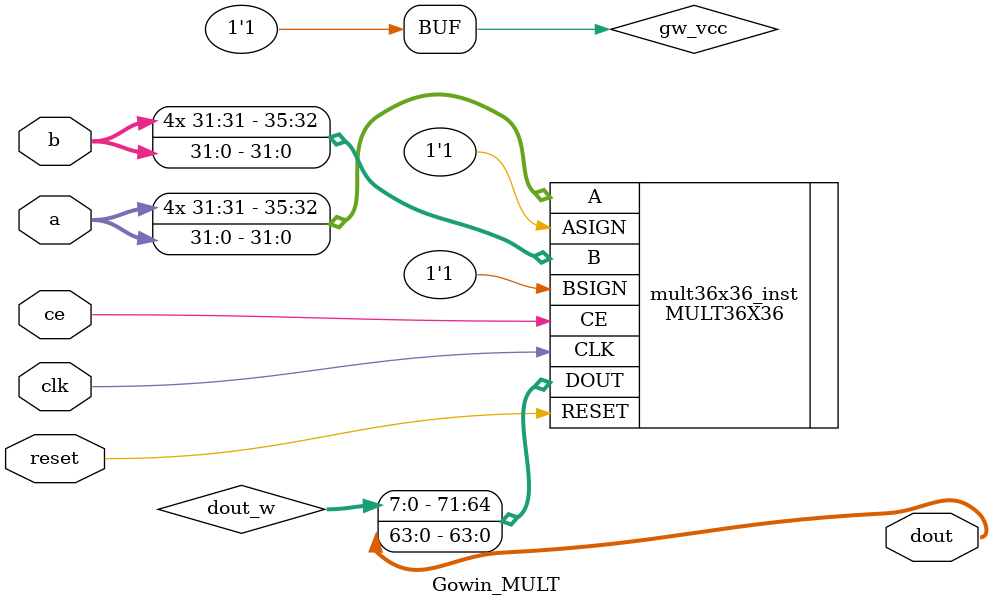
<source format=v>

module Gowin_MULT (dout, a, b, ce, clk, reset);

output [63:0] dout;
input [31:0] a;
input [31:0] b;
input ce;
input clk;
input reset;

wire [7:0] dout_w;
wire gw_vcc;

assign gw_vcc = 1'b1;

MULT36X36 mult36x36_inst (
    .DOUT({dout_w[7:0],dout[63:0]}),
    .A({a[31],a[31],a[31],a[31],a[31:0]}),
    .B({b[31],b[31],b[31],b[31],b[31:0]}),
    .ASIGN(gw_vcc),
    .BSIGN(gw_vcc),
    .CE(ce),
    .CLK(clk),
    .RESET(reset)
);

defparam mult36x36_inst.AREG = 1'b1;
defparam mult36x36_inst.BREG = 1'b1;
defparam mult36x36_inst.OUT0_REG = 1'b1;
defparam mult36x36_inst.PIPE_REG = 1'b0;
defparam mult36x36_inst.ASIGN_REG = 1'b0;
defparam mult36x36_inst.BSIGN_REG = 1'b0;
defparam mult36x36_inst.MULT_RESET_MODE = "SYNC";

endmodule //Gowin_MULT

</source>
